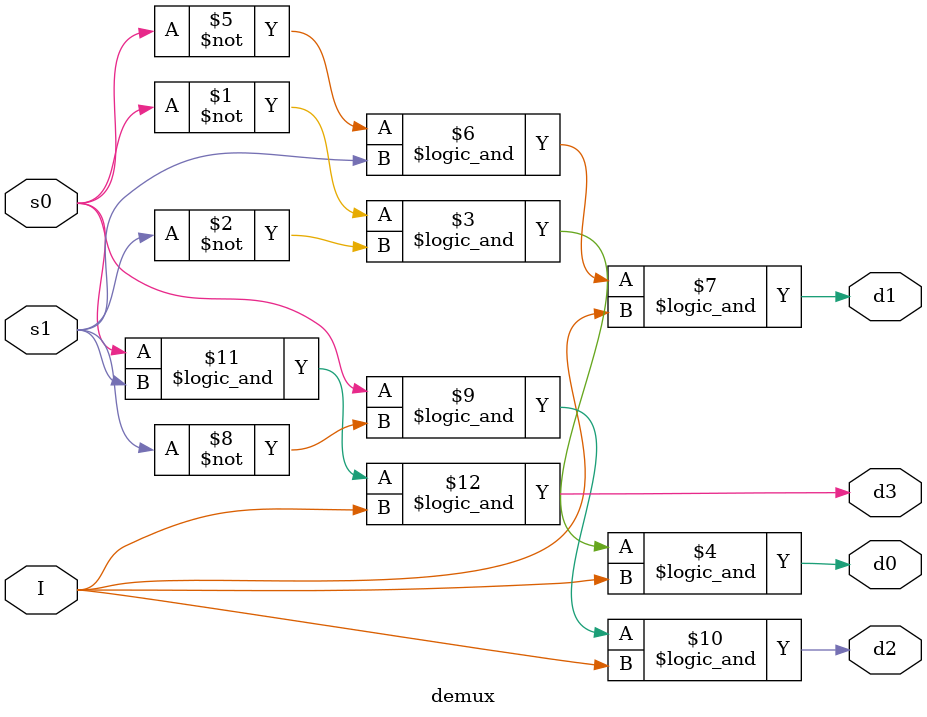
<source format=v>
module demux(s0,s1,I, d0,d1,d2,d3);
	input s0,s1,I;
	output d0,d1,d2,d3;
	
	assign d0 = ~s0&& ~s1 && I;
	assign d1 = ~s0&& s1 && I;
	assign d2 = s0 && ~s1 && I;
	assign d3 = s0 && s1 && I;

endmodule

</source>
